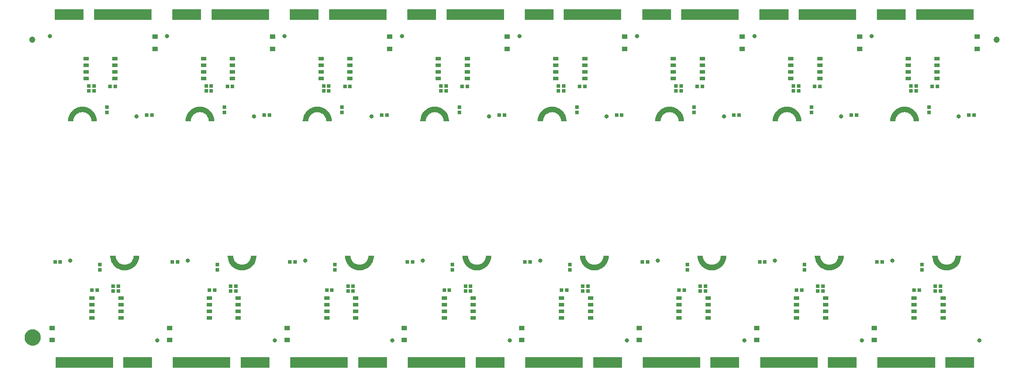
<source format=gbs>
G04 EAGLE Gerber RS-274X export*
G75*
%MOMM*%
%FSLAX34Y34*%
%LPD*%
%INSoldermask Bottom*%
%IPPOS*%
%AMOC8*
5,1,8,0,0,1.08239X$1,22.5*%
G01*
%ADD10R,0.803200X0.803200*%
%ADD11C,0.838200*%
%ADD12R,0.553200X2.153200*%
%ADD13C,0.555600*%
%ADD14R,1.053200X0.703200*%
%ADD15R,1.033200X0.833200*%
%ADD16C,1.203200*%
%ADD17C,1.270000*%
%ADD18C,1.703200*%

G36*
X1729983Y192531D02*
X1729983Y192531D01*
X1729993Y192535D01*
X1730019Y192536D01*
X1733853Y193370D01*
X1733861Y193375D01*
X1733887Y193380D01*
X1737563Y194752D01*
X1737571Y194757D01*
X1737595Y194766D01*
X1741039Y196647D01*
X1741046Y196654D01*
X1741069Y196666D01*
X1744210Y199017D01*
X1744216Y199025D01*
X1744237Y199041D01*
X1747011Y201815D01*
X1747016Y201824D01*
X1747035Y201842D01*
X1749386Y204983D01*
X1749389Y204992D01*
X1749405Y205013D01*
X1751286Y208457D01*
X1751288Y208466D01*
X1751300Y208489D01*
X1752672Y212165D01*
X1752672Y212175D01*
X1752682Y212199D01*
X1753516Y216033D01*
X1753515Y216043D01*
X1753521Y216069D01*
X1753801Y219982D01*
X1753795Y220008D01*
X1753799Y220033D01*
X1753781Y220075D01*
X1753771Y220119D01*
X1753753Y220137D01*
X1753742Y220161D01*
X1753704Y220186D01*
X1753673Y220218D01*
X1753647Y220224D01*
X1753626Y220238D01*
X1753552Y220249D01*
X1743552Y220249D01*
X1743545Y220247D01*
X1743538Y220249D01*
X1743479Y220228D01*
X1743418Y220210D01*
X1743413Y220205D01*
X1743406Y220202D01*
X1743368Y220152D01*
X1743326Y220105D01*
X1743325Y220098D01*
X1743320Y220092D01*
X1743304Y220020D01*
X1743090Y217302D01*
X1742458Y214669D01*
X1741422Y212169D01*
X1740008Y209861D01*
X1738250Y207802D01*
X1736191Y206044D01*
X1733883Y204630D01*
X1731383Y203594D01*
X1728750Y202962D01*
X1726052Y202750D01*
X1723354Y202962D01*
X1720721Y203594D01*
X1718221Y204630D01*
X1715913Y206044D01*
X1713854Y207802D01*
X1713801Y207865D01*
X1713375Y208364D01*
X1713162Y208613D01*
X1712949Y208862D01*
X1712736Y209112D01*
X1712311Y209610D01*
X1712310Y209610D01*
X1712098Y209859D01*
X1712096Y209861D01*
X1710682Y212169D01*
X1709646Y214669D01*
X1709014Y217302D01*
X1708800Y220020D01*
X1708798Y220026D01*
X1708799Y220033D01*
X1708773Y220091D01*
X1708751Y220150D01*
X1708745Y220155D01*
X1708742Y220161D01*
X1708689Y220196D01*
X1708639Y220234D01*
X1708632Y220234D01*
X1708626Y220238D01*
X1708552Y220249D01*
X1698552Y220249D01*
X1698527Y220242D01*
X1698501Y220244D01*
X1698461Y220223D01*
X1698418Y220210D01*
X1698401Y220190D01*
X1698378Y220178D01*
X1698356Y220139D01*
X1698326Y220105D01*
X1698322Y220079D01*
X1698309Y220056D01*
X1698303Y219982D01*
X1698583Y216069D01*
X1698587Y216059D01*
X1698588Y216033D01*
X1699422Y212199D01*
X1699427Y212191D01*
X1699432Y212165D01*
X1700804Y208489D01*
X1700809Y208481D01*
X1700818Y208457D01*
X1702699Y205013D01*
X1702706Y205006D01*
X1702718Y204983D01*
X1705069Y201842D01*
X1705077Y201836D01*
X1705093Y201815D01*
X1707867Y199041D01*
X1707876Y199036D01*
X1707894Y199017D01*
X1711035Y196666D01*
X1711044Y196663D01*
X1711065Y196647D01*
X1714509Y194766D01*
X1714518Y194764D01*
X1714541Y194752D01*
X1718217Y193380D01*
X1718227Y193380D01*
X1718251Y193370D01*
X1722085Y192536D01*
X1722095Y192537D01*
X1722121Y192531D01*
X1726034Y192251D01*
X1726044Y192253D01*
X1726070Y192251D01*
X1729983Y192531D01*
G37*
G36*
X1054750Y192531D02*
X1054750Y192531D01*
X1054759Y192535D01*
X1054785Y192536D01*
X1058619Y193370D01*
X1058628Y193375D01*
X1058653Y193380D01*
X1062329Y194752D01*
X1062337Y194757D01*
X1062362Y194766D01*
X1065805Y196647D01*
X1065812Y196654D01*
X1065835Y196666D01*
X1068976Y199017D01*
X1068982Y199025D01*
X1069003Y199041D01*
X1071778Y201815D01*
X1071782Y201824D01*
X1071801Y201842D01*
X1074152Y204983D01*
X1074156Y204992D01*
X1074172Y205013D01*
X1076052Y208457D01*
X1076054Y208466D01*
X1076067Y208489D01*
X1077438Y212165D01*
X1077439Y212175D01*
X1077448Y212199D01*
X1078282Y216033D01*
X1078281Y216043D01*
X1078287Y216069D01*
X1078567Y219982D01*
X1078562Y220008D01*
X1078565Y220033D01*
X1078547Y220075D01*
X1078538Y220119D01*
X1078519Y220137D01*
X1078509Y220161D01*
X1078471Y220186D01*
X1078439Y220218D01*
X1078414Y220224D01*
X1078392Y220238D01*
X1078318Y220249D01*
X1068318Y220249D01*
X1068311Y220247D01*
X1068304Y220249D01*
X1068245Y220228D01*
X1068184Y220210D01*
X1068179Y220205D01*
X1068173Y220202D01*
X1068134Y220152D01*
X1068092Y220105D01*
X1068091Y220098D01*
X1068087Y220092D01*
X1068070Y220020D01*
X1067856Y217302D01*
X1067224Y214669D01*
X1066188Y212169D01*
X1064774Y209861D01*
X1063016Y207802D01*
X1060958Y206044D01*
X1058650Y204630D01*
X1056149Y203594D01*
X1053517Y202962D01*
X1050818Y202750D01*
X1048120Y202962D01*
X1045488Y203594D01*
X1042987Y204630D01*
X1040679Y206044D01*
X1038621Y207802D01*
X1038567Y207865D01*
X1038141Y208364D01*
X1037928Y208613D01*
X1037716Y208862D01*
X1037715Y208862D01*
X1037503Y209112D01*
X1037077Y209610D01*
X1036864Y209859D01*
X1036863Y209861D01*
X1035449Y212169D01*
X1034413Y214669D01*
X1033781Y217302D01*
X1033567Y220020D01*
X1033564Y220026D01*
X1033565Y220033D01*
X1033540Y220091D01*
X1033517Y220150D01*
X1033512Y220155D01*
X1033509Y220161D01*
X1033456Y220196D01*
X1033405Y220234D01*
X1033398Y220234D01*
X1033392Y220238D01*
X1033318Y220249D01*
X1023318Y220249D01*
X1023293Y220242D01*
X1023267Y220244D01*
X1023228Y220223D01*
X1023184Y220210D01*
X1023167Y220190D01*
X1023144Y220178D01*
X1023122Y220139D01*
X1023092Y220105D01*
X1023088Y220079D01*
X1023076Y220056D01*
X1023070Y219982D01*
X1023350Y216069D01*
X1023353Y216059D01*
X1023355Y216033D01*
X1024189Y212199D01*
X1024193Y212191D01*
X1024199Y212165D01*
X1025570Y208489D01*
X1025576Y208481D01*
X1025585Y208457D01*
X1027465Y205013D01*
X1027472Y205006D01*
X1027484Y204983D01*
X1029836Y201842D01*
X1029844Y201836D01*
X1029859Y201815D01*
X1032634Y199041D01*
X1032642Y199036D01*
X1032660Y199017D01*
X1035801Y196666D01*
X1035811Y196663D01*
X1035831Y196647D01*
X1039275Y194766D01*
X1039284Y194764D01*
X1039307Y194752D01*
X1042984Y193380D01*
X1042993Y193380D01*
X1043018Y193370D01*
X1046852Y192536D01*
X1046861Y192537D01*
X1046887Y192531D01*
X1050801Y192251D01*
X1050810Y192253D01*
X1050836Y192251D01*
X1054750Y192531D01*
G37*
G36*
X829655Y192531D02*
X829655Y192531D01*
X829664Y192535D01*
X829690Y192536D01*
X833524Y193370D01*
X833533Y193375D01*
X833558Y193380D01*
X837235Y194752D01*
X837242Y194757D01*
X837267Y194766D01*
X840711Y196647D01*
X840717Y196654D01*
X840741Y196666D01*
X843882Y199017D01*
X843887Y199025D01*
X843909Y199041D01*
X846683Y201815D01*
X846688Y201824D01*
X846706Y201842D01*
X849058Y204983D01*
X849061Y204992D01*
X849077Y205013D01*
X850957Y208457D01*
X850959Y208466D01*
X850972Y208489D01*
X852343Y212165D01*
X852344Y212175D01*
X852353Y212199D01*
X853187Y216033D01*
X853187Y216043D01*
X853192Y216069D01*
X853472Y219982D01*
X853467Y220008D01*
X853471Y220033D01*
X853452Y220075D01*
X853443Y220119D01*
X853424Y220137D01*
X853414Y220161D01*
X853376Y220186D01*
X853344Y220218D01*
X853319Y220224D01*
X853297Y220238D01*
X853224Y220249D01*
X843224Y220249D01*
X843217Y220247D01*
X843210Y220249D01*
X843150Y220228D01*
X843089Y220210D01*
X843085Y220205D01*
X843078Y220202D01*
X843039Y220152D01*
X842997Y220105D01*
X842996Y220098D01*
X842992Y220092D01*
X842975Y220020D01*
X842761Y217302D01*
X842129Y214669D01*
X841093Y212169D01*
X839679Y209861D01*
X837921Y207802D01*
X835863Y206044D01*
X833555Y204630D01*
X831054Y203594D01*
X828422Y202962D01*
X825724Y202750D01*
X823025Y202962D01*
X820393Y203594D01*
X817892Y204630D01*
X815584Y206044D01*
X813526Y207802D01*
X813472Y207865D01*
X813047Y208364D01*
X813046Y208364D01*
X812834Y208613D01*
X812621Y208862D01*
X812408Y209112D01*
X811982Y209610D01*
X811769Y209859D01*
X811768Y209861D01*
X810354Y212169D01*
X809318Y214669D01*
X808686Y217302D01*
X808472Y220020D01*
X808470Y220026D01*
X808471Y220033D01*
X808445Y220091D01*
X808422Y220150D01*
X808417Y220155D01*
X808414Y220161D01*
X808361Y220196D01*
X808310Y220234D01*
X808303Y220234D01*
X808297Y220238D01*
X808224Y220249D01*
X798224Y220249D01*
X798199Y220242D01*
X798173Y220244D01*
X798133Y220223D01*
X798089Y220210D01*
X798072Y220190D01*
X798049Y220178D01*
X798027Y220139D01*
X797997Y220105D01*
X797994Y220079D01*
X797981Y220056D01*
X797975Y219982D01*
X798255Y216069D01*
X798258Y216059D01*
X798260Y216033D01*
X799094Y212199D01*
X799099Y212191D01*
X799104Y212165D01*
X800475Y208489D01*
X800481Y208481D01*
X800490Y208457D01*
X802370Y205013D01*
X802377Y205006D01*
X802390Y204983D01*
X804741Y201842D01*
X804749Y201836D01*
X804764Y201815D01*
X807539Y199041D01*
X807547Y199036D01*
X807566Y199017D01*
X810707Y196666D01*
X810716Y196663D01*
X810737Y196647D01*
X814180Y194766D01*
X814190Y194764D01*
X814213Y194752D01*
X817889Y193380D01*
X817899Y193380D01*
X817923Y193370D01*
X821757Y192536D01*
X821767Y192537D01*
X821792Y192531D01*
X825706Y192251D01*
X825715Y192253D01*
X825741Y192251D01*
X829655Y192531D01*
G37*
G36*
X1279819Y192531D02*
X1279819Y192531D01*
X1279828Y192535D01*
X1279854Y192536D01*
X1283688Y193370D01*
X1283697Y193375D01*
X1283723Y193380D01*
X1287399Y194752D01*
X1287407Y194757D01*
X1287431Y194766D01*
X1290875Y196647D01*
X1290882Y196654D01*
X1290905Y196666D01*
X1294046Y199017D01*
X1294052Y199025D01*
X1294073Y199041D01*
X1296847Y201815D01*
X1296852Y201824D01*
X1296870Y201842D01*
X1299222Y204983D01*
X1299225Y204992D01*
X1299241Y205013D01*
X1301121Y208457D01*
X1301124Y208466D01*
X1301136Y208489D01*
X1302507Y212165D01*
X1302508Y212175D01*
X1302517Y212199D01*
X1303351Y216033D01*
X1303351Y216043D01*
X1303357Y216069D01*
X1303636Y219982D01*
X1303631Y220008D01*
X1303635Y220033D01*
X1303616Y220075D01*
X1303607Y220119D01*
X1303589Y220137D01*
X1303578Y220161D01*
X1303540Y220186D01*
X1303508Y220218D01*
X1303483Y220224D01*
X1303461Y220238D01*
X1303388Y220249D01*
X1293388Y220249D01*
X1293381Y220247D01*
X1293374Y220249D01*
X1293315Y220228D01*
X1293254Y220210D01*
X1293249Y220205D01*
X1293242Y220202D01*
X1293203Y220152D01*
X1293162Y220105D01*
X1293161Y220098D01*
X1293156Y220092D01*
X1293139Y220020D01*
X1292925Y217302D01*
X1292294Y214669D01*
X1291258Y212169D01*
X1289843Y209861D01*
X1288085Y207802D01*
X1286027Y206044D01*
X1283719Y204630D01*
X1281218Y203594D01*
X1278586Y202962D01*
X1275888Y202750D01*
X1273189Y202962D01*
X1270557Y203594D01*
X1268056Y204630D01*
X1265749Y206044D01*
X1263690Y207802D01*
X1263637Y207865D01*
X1263636Y207865D01*
X1263211Y208364D01*
X1262998Y208613D01*
X1262785Y208862D01*
X1262572Y209112D01*
X1262146Y209610D01*
X1261933Y209859D01*
X1261932Y209861D01*
X1260518Y212169D01*
X1259482Y214669D01*
X1258850Y217302D01*
X1258636Y220020D01*
X1258634Y220026D01*
X1258635Y220033D01*
X1258609Y220091D01*
X1258587Y220150D01*
X1258581Y220155D01*
X1258578Y220161D01*
X1258525Y220196D01*
X1258475Y220234D01*
X1258467Y220234D01*
X1258461Y220238D01*
X1258388Y220249D01*
X1248388Y220249D01*
X1248363Y220242D01*
X1248337Y220244D01*
X1248297Y220223D01*
X1248254Y220210D01*
X1248236Y220190D01*
X1248214Y220178D01*
X1248191Y220139D01*
X1248162Y220105D01*
X1248158Y220079D01*
X1248145Y220056D01*
X1248139Y219982D01*
X1248419Y216069D01*
X1248422Y216059D01*
X1248424Y216033D01*
X1249258Y212199D01*
X1249263Y212191D01*
X1249268Y212165D01*
X1250639Y208489D01*
X1250645Y208481D01*
X1250654Y208457D01*
X1252535Y205013D01*
X1252541Y205006D01*
X1252554Y204983D01*
X1254905Y201842D01*
X1254913Y201836D01*
X1254928Y201815D01*
X1257703Y199041D01*
X1257711Y199036D01*
X1257730Y199017D01*
X1260871Y196666D01*
X1260880Y196663D01*
X1260901Y196647D01*
X1264344Y194766D01*
X1264354Y194764D01*
X1264377Y194752D01*
X1268053Y193380D01*
X1268063Y193380D01*
X1268087Y193370D01*
X1271921Y192536D01*
X1271931Y192537D01*
X1271956Y192531D01*
X1275870Y192251D01*
X1275880Y192253D01*
X1275906Y192251D01*
X1279819Y192531D01*
G37*
G36*
X1504914Y192531D02*
X1504914Y192531D01*
X1504923Y192535D01*
X1504949Y192536D01*
X1508783Y193370D01*
X1508792Y193375D01*
X1508817Y193380D01*
X1512494Y194752D01*
X1512501Y194757D01*
X1512526Y194766D01*
X1515970Y196647D01*
X1515976Y196654D01*
X1516000Y196666D01*
X1519141Y199017D01*
X1519146Y199025D01*
X1519168Y199041D01*
X1521942Y201815D01*
X1521947Y201824D01*
X1521965Y201842D01*
X1524317Y204983D01*
X1524320Y204992D01*
X1524336Y205013D01*
X1526216Y208457D01*
X1526218Y208466D01*
X1526231Y208489D01*
X1527602Y212165D01*
X1527603Y212175D01*
X1527612Y212199D01*
X1528446Y216033D01*
X1528446Y216043D01*
X1528451Y216069D01*
X1528731Y219982D01*
X1528726Y220008D01*
X1528730Y220033D01*
X1528711Y220075D01*
X1528702Y220119D01*
X1528683Y220137D01*
X1528673Y220161D01*
X1528635Y220186D01*
X1528603Y220218D01*
X1528578Y220224D01*
X1528556Y220238D01*
X1528483Y220249D01*
X1518483Y220249D01*
X1518476Y220247D01*
X1518469Y220249D01*
X1518409Y220228D01*
X1518348Y220210D01*
X1518344Y220205D01*
X1518337Y220202D01*
X1518298Y220152D01*
X1518256Y220105D01*
X1518255Y220098D01*
X1518251Y220092D01*
X1518234Y220020D01*
X1518020Y217302D01*
X1517388Y214669D01*
X1516352Y212169D01*
X1514938Y209861D01*
X1513180Y207802D01*
X1511122Y206044D01*
X1508814Y204630D01*
X1506313Y203594D01*
X1503681Y202962D01*
X1500983Y202750D01*
X1498284Y202962D01*
X1495652Y203594D01*
X1493151Y204630D01*
X1490843Y206044D01*
X1488785Y207802D01*
X1488731Y207865D01*
X1488306Y208364D01*
X1488305Y208364D01*
X1488093Y208613D01*
X1487880Y208862D01*
X1487667Y209112D01*
X1487241Y209610D01*
X1487028Y209859D01*
X1487027Y209861D01*
X1485613Y212169D01*
X1484577Y214669D01*
X1483945Y217302D01*
X1483731Y220020D01*
X1483729Y220026D01*
X1483730Y220033D01*
X1483704Y220091D01*
X1483681Y220150D01*
X1483676Y220155D01*
X1483673Y220161D01*
X1483620Y220196D01*
X1483569Y220234D01*
X1483562Y220234D01*
X1483556Y220238D01*
X1483483Y220249D01*
X1473483Y220249D01*
X1473458Y220242D01*
X1473432Y220244D01*
X1473392Y220223D01*
X1473348Y220210D01*
X1473331Y220190D01*
X1473308Y220178D01*
X1473286Y220139D01*
X1473256Y220105D01*
X1473253Y220079D01*
X1473240Y220056D01*
X1473234Y219982D01*
X1473514Y216069D01*
X1473517Y216059D01*
X1473519Y216033D01*
X1474353Y212199D01*
X1474358Y212191D01*
X1474363Y212165D01*
X1475734Y208489D01*
X1475740Y208481D01*
X1475749Y208457D01*
X1477629Y205013D01*
X1477636Y205006D01*
X1477649Y204983D01*
X1480000Y201842D01*
X1480008Y201836D01*
X1480023Y201815D01*
X1482798Y199041D01*
X1482806Y199036D01*
X1482825Y199017D01*
X1485966Y196666D01*
X1485975Y196663D01*
X1485996Y196647D01*
X1489439Y194766D01*
X1489449Y194764D01*
X1489472Y194752D01*
X1493148Y193380D01*
X1493158Y193380D01*
X1493182Y193370D01*
X1497016Y192536D01*
X1497026Y192537D01*
X1497051Y192531D01*
X1500965Y192251D01*
X1500974Y192253D01*
X1501000Y192251D01*
X1504914Y192531D01*
G37*
G36*
X604586Y192531D02*
X604586Y192531D01*
X604595Y192535D01*
X604621Y192536D01*
X608455Y193370D01*
X608463Y193375D01*
X608489Y193380D01*
X612165Y194752D01*
X612173Y194757D01*
X612198Y194766D01*
X615641Y196647D01*
X615648Y196654D01*
X615671Y196666D01*
X618812Y199017D01*
X618818Y199025D01*
X618839Y199041D01*
X621614Y201815D01*
X621618Y201824D01*
X621637Y201842D01*
X623988Y204983D01*
X623992Y204992D01*
X624007Y205013D01*
X625888Y208457D01*
X625890Y208466D01*
X625903Y208489D01*
X627274Y212165D01*
X627274Y212175D01*
X627284Y212199D01*
X628118Y216033D01*
X628117Y216043D01*
X628123Y216069D01*
X628403Y219982D01*
X628397Y220008D01*
X628401Y220033D01*
X628383Y220075D01*
X628373Y220119D01*
X628355Y220137D01*
X628344Y220161D01*
X628307Y220186D01*
X628275Y220218D01*
X628249Y220224D01*
X628228Y220238D01*
X628154Y220249D01*
X618154Y220249D01*
X618147Y220247D01*
X618140Y220249D01*
X618081Y220228D01*
X618020Y220210D01*
X618015Y220205D01*
X618008Y220202D01*
X617970Y220152D01*
X617928Y220105D01*
X617927Y220098D01*
X617923Y220092D01*
X617906Y220020D01*
X617692Y217302D01*
X617060Y214669D01*
X616024Y212169D01*
X614610Y209861D01*
X612852Y207802D01*
X610794Y206044D01*
X608486Y204630D01*
X605985Y203594D01*
X603353Y202962D01*
X600654Y202750D01*
X597956Y202962D01*
X595324Y203594D01*
X592823Y204630D01*
X590515Y206044D01*
X588457Y207802D01*
X588403Y207865D01*
X587977Y208364D01*
X587764Y208613D01*
X587551Y208862D01*
X587338Y209112D01*
X586913Y209610D01*
X586700Y209859D01*
X586699Y209861D01*
X585284Y212169D01*
X584249Y214669D01*
X583617Y217302D01*
X583403Y220020D01*
X583400Y220026D01*
X583401Y220033D01*
X583375Y220091D01*
X583353Y220150D01*
X583347Y220155D01*
X583344Y220161D01*
X583292Y220196D01*
X583241Y220234D01*
X583234Y220234D01*
X583228Y220238D01*
X583154Y220249D01*
X573154Y220249D01*
X573129Y220242D01*
X573103Y220244D01*
X573063Y220223D01*
X573020Y220210D01*
X573003Y220190D01*
X572980Y220178D01*
X572958Y220139D01*
X572928Y220105D01*
X572924Y220079D01*
X572911Y220056D01*
X572906Y219982D01*
X573185Y216069D01*
X573189Y216059D01*
X573191Y216033D01*
X574025Y212199D01*
X574029Y212191D01*
X574035Y212165D01*
X575406Y208489D01*
X575412Y208481D01*
X575421Y208457D01*
X577301Y205013D01*
X577308Y205006D01*
X577320Y204983D01*
X579672Y201842D01*
X579679Y201836D01*
X579695Y201815D01*
X582469Y199041D01*
X582478Y199036D01*
X582496Y199017D01*
X585637Y196666D01*
X585646Y196663D01*
X585667Y196647D01*
X589111Y194766D01*
X589120Y194764D01*
X589143Y194752D01*
X592819Y193380D01*
X592829Y193380D01*
X592854Y193370D01*
X596688Y192536D01*
X596697Y192537D01*
X596723Y192531D01*
X600636Y192251D01*
X600646Y192253D01*
X600672Y192251D01*
X604586Y192531D01*
G37*
G36*
X379491Y192531D02*
X379491Y192531D01*
X379500Y192535D01*
X379526Y192536D01*
X383360Y193370D01*
X383369Y193375D01*
X383394Y193380D01*
X387070Y194752D01*
X387078Y194757D01*
X387103Y194766D01*
X390546Y196647D01*
X390553Y196654D01*
X390576Y196666D01*
X393717Y199017D01*
X393723Y199025D01*
X393744Y199041D01*
X396519Y201815D01*
X396523Y201824D01*
X396542Y201842D01*
X398893Y204983D01*
X398897Y204992D01*
X398913Y205013D01*
X400793Y208457D01*
X400795Y208466D01*
X400808Y208489D01*
X402179Y212165D01*
X402180Y212175D01*
X402189Y212199D01*
X403023Y216033D01*
X403022Y216043D01*
X403028Y216069D01*
X403308Y219982D01*
X403303Y220008D01*
X403306Y220033D01*
X403288Y220075D01*
X403279Y220119D01*
X403260Y220137D01*
X403250Y220161D01*
X403212Y220186D01*
X403180Y220218D01*
X403155Y220224D01*
X403133Y220238D01*
X403059Y220249D01*
X393059Y220249D01*
X393052Y220247D01*
X393045Y220249D01*
X392986Y220228D01*
X392925Y220210D01*
X392920Y220205D01*
X392914Y220202D01*
X392875Y220152D01*
X392833Y220105D01*
X392832Y220098D01*
X392828Y220092D01*
X392811Y220020D01*
X392597Y217302D01*
X391965Y214669D01*
X390929Y212169D01*
X389515Y209861D01*
X387757Y207802D01*
X385699Y206044D01*
X383391Y204630D01*
X380890Y203594D01*
X378258Y202962D01*
X375559Y202750D01*
X372861Y202962D01*
X370229Y203594D01*
X367728Y204630D01*
X365420Y206044D01*
X363362Y207802D01*
X363308Y207865D01*
X362882Y208364D01*
X362669Y208613D01*
X362457Y208862D01*
X362456Y208862D01*
X362244Y209112D01*
X361818Y209610D01*
X361605Y209859D01*
X361604Y209861D01*
X360190Y212169D01*
X359154Y214669D01*
X358522Y217302D01*
X358308Y220020D01*
X358305Y220026D01*
X358306Y220033D01*
X358281Y220091D01*
X358258Y220150D01*
X358253Y220155D01*
X358250Y220161D01*
X358197Y220196D01*
X358146Y220234D01*
X358139Y220234D01*
X358133Y220238D01*
X358059Y220249D01*
X348059Y220249D01*
X348034Y220242D01*
X348008Y220244D01*
X347969Y220223D01*
X347925Y220210D01*
X347908Y220190D01*
X347885Y220178D01*
X347863Y220139D01*
X347833Y220105D01*
X347829Y220079D01*
X347817Y220056D01*
X347811Y219982D01*
X348091Y216069D01*
X348094Y216059D01*
X348096Y216033D01*
X348930Y212199D01*
X348934Y212191D01*
X348940Y212165D01*
X350311Y208489D01*
X350317Y208481D01*
X350326Y208457D01*
X352206Y205013D01*
X352213Y205006D01*
X352225Y204983D01*
X354577Y201842D01*
X354585Y201836D01*
X354600Y201815D01*
X357375Y199041D01*
X357383Y199036D01*
X357401Y199017D01*
X360542Y196666D01*
X360552Y196663D01*
X360572Y196647D01*
X364016Y194766D01*
X364025Y194764D01*
X364048Y194752D01*
X367725Y193380D01*
X367734Y193380D01*
X367759Y193370D01*
X371593Y192536D01*
X371602Y192537D01*
X371628Y192531D01*
X375542Y192251D01*
X375551Y192253D01*
X375577Y192251D01*
X379491Y192531D01*
G37*
G36*
X154421Y192531D02*
X154421Y192531D01*
X154431Y192535D01*
X154457Y192536D01*
X158291Y193370D01*
X158299Y193375D01*
X158325Y193380D01*
X162001Y194752D01*
X162009Y194757D01*
X162033Y194766D01*
X165477Y196647D01*
X165484Y196654D01*
X165507Y196666D01*
X168648Y199017D01*
X168654Y199025D01*
X168675Y199041D01*
X171449Y201815D01*
X171454Y201824D01*
X171473Y201842D01*
X173824Y204983D01*
X173827Y204992D01*
X173843Y205013D01*
X175724Y208457D01*
X175726Y208466D01*
X175738Y208489D01*
X177110Y212165D01*
X177110Y212175D01*
X177120Y212199D01*
X177954Y216033D01*
X177953Y216043D01*
X177959Y216069D01*
X178239Y219982D01*
X178233Y220008D01*
X178237Y220033D01*
X178219Y220075D01*
X178209Y220119D01*
X178191Y220137D01*
X178180Y220161D01*
X178142Y220186D01*
X178111Y220218D01*
X178085Y220224D01*
X178064Y220238D01*
X177990Y220249D01*
X167990Y220249D01*
X167983Y220247D01*
X167976Y220249D01*
X167917Y220228D01*
X167856Y220210D01*
X167851Y220205D01*
X167844Y220202D01*
X167806Y220152D01*
X167764Y220105D01*
X167763Y220098D01*
X167758Y220092D01*
X167742Y220020D01*
X167528Y217302D01*
X166896Y214669D01*
X165860Y212169D01*
X164446Y209861D01*
X162688Y207802D01*
X160629Y206044D01*
X158321Y204630D01*
X155821Y203594D01*
X153188Y202962D01*
X150490Y202750D01*
X147792Y202962D01*
X145159Y203594D01*
X142659Y204630D01*
X140351Y206044D01*
X138292Y207802D01*
X138239Y207865D01*
X137813Y208364D01*
X137600Y208613D01*
X137387Y208862D01*
X137174Y209112D01*
X136749Y209610D01*
X136748Y209610D01*
X136536Y209859D01*
X136534Y209861D01*
X135120Y212169D01*
X134084Y214669D01*
X133452Y217302D01*
X133238Y220020D01*
X133236Y220026D01*
X133237Y220033D01*
X133211Y220091D01*
X133189Y220150D01*
X133183Y220155D01*
X133180Y220161D01*
X133127Y220196D01*
X133077Y220234D01*
X133070Y220234D01*
X133064Y220238D01*
X132990Y220249D01*
X122990Y220249D01*
X122965Y220242D01*
X122939Y220244D01*
X122899Y220223D01*
X122856Y220210D01*
X122839Y220190D01*
X122816Y220178D01*
X122794Y220139D01*
X122764Y220105D01*
X122760Y220079D01*
X122747Y220056D01*
X122741Y219982D01*
X123021Y216069D01*
X123025Y216059D01*
X123026Y216033D01*
X123860Y212199D01*
X123865Y212191D01*
X123870Y212165D01*
X125242Y208489D01*
X125247Y208481D01*
X125256Y208457D01*
X127137Y205013D01*
X127144Y205006D01*
X127156Y204983D01*
X129507Y201842D01*
X129515Y201836D01*
X129531Y201815D01*
X132305Y199041D01*
X132314Y199036D01*
X132332Y199017D01*
X135473Y196666D01*
X135482Y196663D01*
X135503Y196647D01*
X138947Y194766D01*
X138956Y194764D01*
X138979Y194752D01*
X142655Y193380D01*
X142665Y193380D01*
X142689Y193370D01*
X146523Y192536D01*
X146533Y192537D01*
X146559Y192531D01*
X150472Y192251D01*
X150482Y192253D01*
X150508Y192251D01*
X154421Y192531D01*
G37*
G36*
X52006Y478253D02*
X52006Y478253D01*
X52013Y478251D01*
X52073Y478272D01*
X52134Y478290D01*
X52138Y478295D01*
X52145Y478298D01*
X52184Y478348D01*
X52226Y478395D01*
X52227Y478402D01*
X52231Y478408D01*
X52248Y478480D01*
X52462Y481198D01*
X53094Y483831D01*
X54130Y486331D01*
X55544Y488639D01*
X57302Y490698D01*
X59360Y492456D01*
X61668Y493870D01*
X64169Y494906D01*
X66801Y495538D01*
X69499Y495750D01*
X72198Y495538D01*
X74830Y494906D01*
X77331Y493870D01*
X79639Y492456D01*
X81697Y490698D01*
X81821Y490552D01*
X82034Y490303D01*
X82460Y489804D01*
X82673Y489555D01*
X82886Y489306D01*
X83098Y489057D01*
X83099Y489057D01*
X83311Y488807D01*
X83455Y488639D01*
X84869Y486331D01*
X85905Y483831D01*
X86537Y481198D01*
X86751Y478480D01*
X86754Y478474D01*
X86752Y478467D01*
X86778Y478409D01*
X86801Y478350D01*
X86806Y478345D01*
X86809Y478339D01*
X86862Y478304D01*
X86913Y478266D01*
X86920Y478266D01*
X86926Y478262D01*
X86999Y478251D01*
X96999Y478251D01*
X97024Y478258D01*
X97050Y478256D01*
X97090Y478277D01*
X97134Y478290D01*
X97151Y478310D01*
X97174Y478322D01*
X97196Y478361D01*
X97226Y478395D01*
X97229Y478421D01*
X97242Y478444D01*
X97248Y478518D01*
X96968Y482431D01*
X96965Y482441D01*
X96963Y482467D01*
X96129Y486301D01*
X96124Y486309D01*
X96119Y486335D01*
X94748Y490011D01*
X94742Y490019D01*
X94733Y490043D01*
X92853Y493487D01*
X92846Y493494D01*
X92833Y493517D01*
X90482Y496658D01*
X90474Y496664D01*
X90459Y496685D01*
X87684Y499459D01*
X87676Y499464D01*
X87657Y499483D01*
X84516Y501834D01*
X84507Y501837D01*
X84486Y501853D01*
X81043Y503734D01*
X81033Y503736D01*
X81010Y503748D01*
X77334Y505120D01*
X77325Y505120D01*
X77300Y505130D01*
X73466Y505964D01*
X73456Y505963D01*
X73431Y505969D01*
X69517Y506249D01*
X69508Y506247D01*
X69482Y506249D01*
X65568Y505969D01*
X65559Y505965D01*
X65533Y505964D01*
X61699Y505130D01*
X61690Y505125D01*
X61665Y505120D01*
X57988Y503748D01*
X57981Y503743D01*
X57956Y503734D01*
X54512Y501853D01*
X54506Y501846D01*
X54482Y501834D01*
X51341Y499483D01*
X51336Y499475D01*
X51315Y499459D01*
X48540Y496685D01*
X48535Y496676D01*
X48517Y496658D01*
X46165Y493517D01*
X46162Y493508D01*
X46146Y493487D01*
X44266Y490043D01*
X44264Y490034D01*
X44251Y490011D01*
X42880Y486335D01*
X42879Y486325D01*
X42870Y486301D01*
X42036Y482467D01*
X42036Y482457D01*
X42031Y482431D01*
X41751Y478518D01*
X41756Y478492D01*
X41752Y478467D01*
X41771Y478425D01*
X41780Y478381D01*
X41799Y478363D01*
X41809Y478339D01*
X41847Y478314D01*
X41879Y478282D01*
X41904Y478276D01*
X41926Y478262D01*
X41999Y478251D01*
X51999Y478251D01*
X52006Y478253D01*
G37*
G36*
X952335Y478253D02*
X952335Y478253D01*
X952342Y478251D01*
X952401Y478272D01*
X952462Y478290D01*
X952467Y478295D01*
X952474Y478298D01*
X952512Y478348D01*
X952554Y478395D01*
X952555Y478402D01*
X952559Y478408D01*
X952576Y478480D01*
X952790Y481198D01*
X953422Y483831D01*
X954458Y486331D01*
X955872Y488639D01*
X957630Y490698D01*
X959689Y492456D01*
X961996Y493870D01*
X964497Y494906D01*
X967129Y495538D01*
X969828Y495750D01*
X972526Y495538D01*
X975158Y494906D01*
X977659Y493870D01*
X979967Y492456D01*
X982025Y490698D01*
X982150Y490552D01*
X982362Y490303D01*
X982363Y490303D01*
X982788Y489804D01*
X983001Y489555D01*
X983214Y489306D01*
X983427Y489057D01*
X983640Y488807D01*
X983783Y488639D01*
X985198Y486331D01*
X986234Y483831D01*
X986865Y481198D01*
X987079Y478480D01*
X987082Y478474D01*
X987081Y478467D01*
X987107Y478409D01*
X987129Y478350D01*
X987135Y478345D01*
X987138Y478339D01*
X987190Y478304D01*
X987241Y478266D01*
X987248Y478266D01*
X987254Y478262D01*
X987328Y478251D01*
X997328Y478251D01*
X997353Y478258D01*
X997379Y478256D01*
X997419Y478277D01*
X997462Y478290D01*
X997479Y478310D01*
X997502Y478322D01*
X997524Y478361D01*
X997554Y478395D01*
X997558Y478421D01*
X997571Y478444D01*
X997576Y478518D01*
X997297Y482431D01*
X997293Y482441D01*
X997291Y482467D01*
X996457Y486301D01*
X996453Y486309D01*
X996447Y486335D01*
X995076Y490011D01*
X995070Y490019D01*
X995061Y490043D01*
X993181Y493487D01*
X993174Y493494D01*
X993162Y493517D01*
X990810Y496658D01*
X990803Y496664D01*
X990787Y496685D01*
X988013Y499459D01*
X988004Y499464D01*
X987986Y499483D01*
X984845Y501834D01*
X984836Y501837D01*
X984815Y501853D01*
X981371Y503734D01*
X981362Y503736D01*
X981339Y503748D01*
X977663Y505120D01*
X977653Y505120D01*
X977628Y505130D01*
X973794Y505964D01*
X973785Y505963D01*
X973759Y505969D01*
X969846Y506249D01*
X969836Y506247D01*
X969810Y506249D01*
X965896Y505969D01*
X965887Y505965D01*
X965861Y505964D01*
X962027Y505130D01*
X962019Y505125D01*
X961993Y505120D01*
X958317Y503748D01*
X958309Y503743D01*
X958284Y503734D01*
X954841Y501853D01*
X954834Y501846D01*
X954811Y501834D01*
X951670Y499483D01*
X951664Y499475D01*
X951643Y499459D01*
X948868Y496685D01*
X948864Y496676D01*
X948845Y496658D01*
X946494Y493517D01*
X946490Y493508D01*
X946475Y493487D01*
X944594Y490043D01*
X944592Y490034D01*
X944579Y490011D01*
X943208Y486335D01*
X943208Y486325D01*
X943198Y486301D01*
X942364Y482467D01*
X942365Y482457D01*
X942359Y482431D01*
X942079Y478518D01*
X942085Y478492D01*
X942081Y478467D01*
X942099Y478425D01*
X942109Y478381D01*
X942127Y478363D01*
X942138Y478339D01*
X942175Y478314D01*
X942207Y478282D01*
X942233Y478276D01*
X942254Y478262D01*
X942328Y478251D01*
X952328Y478251D01*
X952335Y478253D01*
G37*
G36*
X1402499Y478253D02*
X1402499Y478253D01*
X1402506Y478251D01*
X1402565Y478272D01*
X1402626Y478290D01*
X1402631Y478295D01*
X1402638Y478298D01*
X1402677Y478348D01*
X1402718Y478395D01*
X1402719Y478402D01*
X1402724Y478408D01*
X1402740Y478480D01*
X1402954Y481198D01*
X1403586Y483831D01*
X1404622Y486331D01*
X1406036Y488639D01*
X1407794Y490698D01*
X1409853Y492456D01*
X1412161Y493870D01*
X1414661Y494906D01*
X1417294Y495538D01*
X1419992Y495750D01*
X1422690Y495538D01*
X1425323Y494906D01*
X1427823Y493870D01*
X1430131Y492456D01*
X1432190Y490698D01*
X1432314Y490552D01*
X1432527Y490303D01*
X1432952Y489804D01*
X1432953Y489804D01*
X1433165Y489555D01*
X1433378Y489306D01*
X1433591Y489057D01*
X1433804Y488807D01*
X1433948Y488639D01*
X1435362Y486331D01*
X1436398Y483831D01*
X1437030Y481198D01*
X1437244Y478480D01*
X1437246Y478474D01*
X1437245Y478467D01*
X1437271Y478409D01*
X1437293Y478350D01*
X1437299Y478345D01*
X1437302Y478339D01*
X1437355Y478304D01*
X1437405Y478266D01*
X1437413Y478266D01*
X1437419Y478262D01*
X1437492Y478251D01*
X1447492Y478251D01*
X1447517Y478258D01*
X1447543Y478256D01*
X1447583Y478277D01*
X1447626Y478290D01*
X1447643Y478310D01*
X1447666Y478322D01*
X1447688Y478361D01*
X1447718Y478395D01*
X1447722Y478421D01*
X1447735Y478444D01*
X1447741Y478518D01*
X1447461Y482431D01*
X1447457Y482441D01*
X1447456Y482467D01*
X1446622Y486301D01*
X1446617Y486309D01*
X1446612Y486335D01*
X1445240Y490011D01*
X1445235Y490019D01*
X1445226Y490043D01*
X1443345Y493487D01*
X1443338Y493494D01*
X1443326Y493517D01*
X1440975Y496658D01*
X1440967Y496664D01*
X1440951Y496685D01*
X1438177Y499459D01*
X1438168Y499464D01*
X1438150Y499483D01*
X1435009Y501834D01*
X1435000Y501837D01*
X1434979Y501853D01*
X1431535Y503734D01*
X1431526Y503736D01*
X1431503Y503748D01*
X1427827Y505120D01*
X1427817Y505120D01*
X1427793Y505130D01*
X1423959Y505964D01*
X1423949Y505963D01*
X1423923Y505969D01*
X1420010Y506249D01*
X1420000Y506247D01*
X1419974Y506249D01*
X1416061Y505969D01*
X1416051Y505965D01*
X1416025Y505964D01*
X1412191Y505130D01*
X1412183Y505125D01*
X1412157Y505120D01*
X1408481Y503748D01*
X1408473Y503743D01*
X1408449Y503734D01*
X1405005Y501853D01*
X1404998Y501846D01*
X1404975Y501834D01*
X1401834Y499483D01*
X1401828Y499475D01*
X1401807Y499459D01*
X1399033Y496685D01*
X1399028Y496676D01*
X1399009Y496658D01*
X1396658Y493517D01*
X1396655Y493508D01*
X1396639Y493487D01*
X1394758Y490043D01*
X1394756Y490034D01*
X1394744Y490011D01*
X1393372Y486335D01*
X1393372Y486325D01*
X1393362Y486301D01*
X1392528Y482467D01*
X1392529Y482457D01*
X1392523Y482431D01*
X1392243Y478518D01*
X1392249Y478492D01*
X1392245Y478467D01*
X1392263Y478425D01*
X1392273Y478381D01*
X1392291Y478363D01*
X1392302Y478339D01*
X1392340Y478314D01*
X1392371Y478282D01*
X1392397Y478276D01*
X1392419Y478262D01*
X1392492Y478251D01*
X1402492Y478251D01*
X1402499Y478253D01*
G37*
G36*
X502171Y478253D02*
X502171Y478253D01*
X502178Y478251D01*
X502237Y478272D01*
X502298Y478290D01*
X502303Y478295D01*
X502309Y478298D01*
X502348Y478348D01*
X502390Y478395D01*
X502391Y478402D01*
X502395Y478408D01*
X502412Y478480D01*
X502626Y481198D01*
X503258Y483831D01*
X504294Y486331D01*
X505708Y488639D01*
X507466Y490698D01*
X509524Y492456D01*
X511832Y493870D01*
X514333Y494906D01*
X516965Y495538D01*
X519664Y495750D01*
X522362Y495538D01*
X524994Y494906D01*
X527495Y493870D01*
X529803Y492456D01*
X531861Y490698D01*
X531985Y490552D01*
X532198Y490303D01*
X532624Y489804D01*
X532837Y489555D01*
X533050Y489306D01*
X533263Y489057D01*
X533476Y488807D01*
X533619Y488639D01*
X535033Y486331D01*
X536069Y483831D01*
X536701Y481198D01*
X536915Y478480D01*
X536918Y478474D01*
X536917Y478467D01*
X536942Y478409D01*
X536965Y478350D01*
X536971Y478345D01*
X536973Y478339D01*
X537026Y478304D01*
X537077Y478266D01*
X537084Y478266D01*
X537090Y478262D01*
X537164Y478251D01*
X547164Y478251D01*
X547189Y478258D01*
X547215Y478256D01*
X547254Y478277D01*
X547298Y478290D01*
X547315Y478310D01*
X547338Y478322D01*
X547360Y478361D01*
X547390Y478395D01*
X547394Y478421D01*
X547406Y478444D01*
X547412Y478518D01*
X547132Y482431D01*
X547129Y482441D01*
X547127Y482467D01*
X546293Y486301D01*
X546289Y486309D01*
X546283Y486335D01*
X544912Y490011D01*
X544906Y490019D01*
X544897Y490043D01*
X543017Y493487D01*
X543010Y493494D01*
X542998Y493517D01*
X540646Y496658D01*
X540639Y496664D01*
X540623Y496685D01*
X537849Y499459D01*
X537840Y499464D01*
X537822Y499483D01*
X534681Y501834D01*
X534672Y501837D01*
X534651Y501853D01*
X531207Y503734D01*
X531198Y503736D01*
X531175Y503748D01*
X527498Y505120D01*
X527489Y505120D01*
X527464Y505130D01*
X523630Y505964D01*
X523621Y505963D01*
X523595Y505969D01*
X519681Y506249D01*
X519672Y506247D01*
X519646Y506249D01*
X515732Y505969D01*
X515723Y505965D01*
X515697Y505964D01*
X511863Y505130D01*
X511854Y505125D01*
X511829Y505120D01*
X508153Y503748D01*
X508145Y503743D01*
X508120Y503734D01*
X504677Y501853D01*
X504670Y501846D01*
X504647Y501834D01*
X501506Y499483D01*
X501500Y499475D01*
X501479Y499459D01*
X498704Y496685D01*
X498700Y496676D01*
X498681Y496658D01*
X496330Y493517D01*
X496326Y493508D01*
X496310Y493487D01*
X494430Y490043D01*
X494428Y490034D01*
X494415Y490011D01*
X493044Y486335D01*
X493043Y486325D01*
X493034Y486301D01*
X492200Y482467D01*
X492201Y482457D01*
X492195Y482431D01*
X491915Y478518D01*
X491920Y478492D01*
X491917Y478467D01*
X491935Y478425D01*
X491945Y478381D01*
X491963Y478363D01*
X491973Y478339D01*
X492011Y478314D01*
X492043Y478282D01*
X492068Y478276D01*
X492090Y478262D01*
X492164Y478251D01*
X502164Y478251D01*
X502171Y478253D01*
G37*
G36*
X277101Y478253D02*
X277101Y478253D01*
X277108Y478251D01*
X277167Y478272D01*
X277228Y478290D01*
X277233Y478295D01*
X277240Y478298D01*
X277279Y478348D01*
X277320Y478395D01*
X277321Y478402D01*
X277326Y478408D01*
X277343Y478480D01*
X277557Y481198D01*
X278189Y483831D01*
X279224Y486331D01*
X280639Y488639D01*
X282397Y490698D01*
X284455Y492456D01*
X286763Y493870D01*
X289264Y494906D01*
X291896Y495538D01*
X294594Y495750D01*
X297293Y495538D01*
X299925Y494906D01*
X302426Y493870D01*
X304734Y492456D01*
X306792Y490698D01*
X306916Y490552D01*
X307129Y490303D01*
X307555Y489804D01*
X307768Y489555D01*
X307980Y489306D01*
X308193Y489057D01*
X308406Y488807D01*
X308550Y488639D01*
X309964Y486331D01*
X311000Y483831D01*
X311632Y481198D01*
X311846Y478480D01*
X311848Y478474D01*
X311847Y478467D01*
X311873Y478409D01*
X311895Y478350D01*
X311901Y478345D01*
X311904Y478339D01*
X311957Y478304D01*
X312007Y478266D01*
X312015Y478266D01*
X312021Y478262D01*
X312094Y478251D01*
X322094Y478251D01*
X322119Y478258D01*
X322145Y478256D01*
X322185Y478277D01*
X322228Y478290D01*
X322246Y478310D01*
X322268Y478322D01*
X322291Y478361D01*
X322320Y478395D01*
X322324Y478421D01*
X322337Y478444D01*
X322343Y478518D01*
X322063Y482431D01*
X322060Y482441D01*
X322058Y482467D01*
X321224Y486301D01*
X321219Y486309D01*
X321214Y486335D01*
X319843Y490011D01*
X319837Y490019D01*
X319828Y490043D01*
X317947Y493487D01*
X317941Y493494D01*
X317928Y493517D01*
X315577Y496658D01*
X315569Y496664D01*
X315554Y496685D01*
X312779Y499459D01*
X312771Y499464D01*
X312752Y499483D01*
X309611Y501834D01*
X309602Y501837D01*
X309581Y501853D01*
X306138Y503734D01*
X306128Y503736D01*
X306105Y503748D01*
X302429Y505120D01*
X302419Y505120D01*
X302395Y505130D01*
X298561Y505964D01*
X298551Y505963D01*
X298526Y505969D01*
X294612Y506249D01*
X294603Y506247D01*
X294576Y506249D01*
X290663Y505969D01*
X290654Y505965D01*
X290628Y505964D01*
X286794Y505130D01*
X286785Y505125D01*
X286759Y505120D01*
X283083Y503748D01*
X283075Y503743D01*
X283051Y503734D01*
X279607Y501853D01*
X279600Y501846D01*
X279577Y501834D01*
X276436Y499483D01*
X276430Y499475D01*
X276409Y499459D01*
X273635Y496685D01*
X273630Y496676D01*
X273612Y496658D01*
X271260Y493517D01*
X271257Y493508D01*
X271241Y493487D01*
X269361Y490043D01*
X269359Y490034D01*
X269346Y490011D01*
X267975Y486335D01*
X267974Y486325D01*
X267965Y486301D01*
X267131Y482467D01*
X267131Y482457D01*
X267125Y482431D01*
X266846Y478518D01*
X266851Y478492D01*
X266847Y478467D01*
X266866Y478425D01*
X266875Y478381D01*
X266893Y478363D01*
X266904Y478339D01*
X266942Y478314D01*
X266974Y478282D01*
X266999Y478276D01*
X267021Y478262D01*
X267094Y478251D01*
X277094Y478251D01*
X277101Y478253D01*
G37*
G36*
X1177430Y478253D02*
X1177430Y478253D01*
X1177437Y478251D01*
X1177496Y478272D01*
X1177557Y478290D01*
X1177562Y478295D01*
X1177568Y478298D01*
X1177607Y478348D01*
X1177649Y478395D01*
X1177650Y478402D01*
X1177654Y478408D01*
X1177671Y478480D01*
X1177885Y481198D01*
X1178517Y483831D01*
X1179553Y486331D01*
X1180967Y488639D01*
X1182725Y490698D01*
X1184783Y492456D01*
X1187091Y493870D01*
X1189592Y494906D01*
X1192224Y495538D01*
X1194923Y495750D01*
X1197621Y495538D01*
X1200253Y494906D01*
X1202754Y493870D01*
X1205062Y492456D01*
X1207120Y490698D01*
X1207244Y490552D01*
X1207457Y490303D01*
X1207883Y489804D01*
X1208096Y489555D01*
X1208309Y489306D01*
X1208522Y489057D01*
X1208735Y488807D01*
X1208878Y488639D01*
X1210292Y486331D01*
X1211328Y483831D01*
X1211960Y481198D01*
X1212174Y478480D01*
X1212177Y478474D01*
X1212176Y478467D01*
X1212201Y478409D01*
X1212224Y478350D01*
X1212230Y478345D01*
X1212232Y478339D01*
X1212285Y478304D01*
X1212336Y478266D01*
X1212343Y478266D01*
X1212349Y478262D01*
X1212423Y478251D01*
X1222423Y478251D01*
X1222448Y478258D01*
X1222474Y478256D01*
X1222513Y478277D01*
X1222557Y478290D01*
X1222574Y478310D01*
X1222597Y478322D01*
X1222619Y478361D01*
X1222649Y478395D01*
X1222653Y478421D01*
X1222665Y478444D01*
X1222671Y478518D01*
X1222391Y482431D01*
X1222388Y482441D01*
X1222386Y482467D01*
X1221552Y486301D01*
X1221548Y486309D01*
X1221542Y486335D01*
X1220171Y490011D01*
X1220165Y490019D01*
X1220156Y490043D01*
X1218276Y493487D01*
X1218269Y493494D01*
X1218257Y493517D01*
X1215905Y496658D01*
X1215898Y496664D01*
X1215882Y496685D01*
X1213108Y499459D01*
X1213099Y499464D01*
X1213081Y499483D01*
X1209940Y501834D01*
X1209931Y501837D01*
X1209910Y501853D01*
X1206466Y503734D01*
X1206457Y503736D01*
X1206434Y503748D01*
X1202757Y505120D01*
X1202748Y505120D01*
X1202723Y505130D01*
X1198889Y505964D01*
X1198880Y505963D01*
X1198854Y505969D01*
X1194940Y506249D01*
X1194931Y506247D01*
X1194905Y506249D01*
X1190991Y505969D01*
X1190982Y505965D01*
X1190956Y505964D01*
X1187122Y505130D01*
X1187113Y505125D01*
X1187088Y505120D01*
X1183412Y503748D01*
X1183404Y503743D01*
X1183379Y503734D01*
X1179936Y501853D01*
X1179929Y501846D01*
X1179906Y501834D01*
X1176765Y499483D01*
X1176759Y499475D01*
X1176738Y499459D01*
X1173963Y496685D01*
X1173959Y496676D01*
X1173940Y496658D01*
X1171589Y493517D01*
X1171585Y493508D01*
X1171569Y493487D01*
X1169689Y490043D01*
X1169687Y490034D01*
X1169674Y490011D01*
X1168303Y486335D01*
X1168302Y486325D01*
X1168293Y486301D01*
X1167459Y482467D01*
X1167460Y482457D01*
X1167454Y482431D01*
X1167174Y478518D01*
X1167179Y478492D01*
X1167176Y478467D01*
X1167194Y478425D01*
X1167204Y478381D01*
X1167222Y478363D01*
X1167232Y478339D01*
X1167270Y478314D01*
X1167302Y478282D01*
X1167327Y478276D01*
X1167349Y478262D01*
X1167423Y478251D01*
X1177423Y478251D01*
X1177430Y478253D01*
G37*
G36*
X727265Y478253D02*
X727265Y478253D01*
X727272Y478251D01*
X727332Y478272D01*
X727393Y478290D01*
X727397Y478295D01*
X727404Y478298D01*
X727443Y478348D01*
X727485Y478395D01*
X727486Y478402D01*
X727490Y478408D01*
X727507Y478480D01*
X727721Y481198D01*
X728353Y483831D01*
X729389Y486331D01*
X730803Y488639D01*
X732561Y490698D01*
X734619Y492456D01*
X736927Y493870D01*
X739428Y494906D01*
X742060Y495538D01*
X744758Y495750D01*
X747457Y495538D01*
X750089Y494906D01*
X752590Y493870D01*
X754898Y492456D01*
X756956Y490698D01*
X757080Y490552D01*
X757293Y490303D01*
X757719Y489804D01*
X757932Y489555D01*
X758145Y489306D01*
X758357Y489057D01*
X758358Y489057D01*
X758570Y488807D01*
X758714Y488639D01*
X760128Y486331D01*
X761164Y483831D01*
X761796Y481198D01*
X762010Y478480D01*
X762013Y478474D01*
X762011Y478467D01*
X762037Y478409D01*
X762060Y478350D01*
X762065Y478345D01*
X762068Y478339D01*
X762121Y478304D01*
X762172Y478266D01*
X762179Y478266D01*
X762185Y478262D01*
X762258Y478251D01*
X772258Y478251D01*
X772283Y478258D01*
X772309Y478256D01*
X772349Y478277D01*
X772393Y478290D01*
X772410Y478310D01*
X772433Y478322D01*
X772455Y478361D01*
X772485Y478395D01*
X772488Y478421D01*
X772501Y478444D01*
X772507Y478518D01*
X772227Y482431D01*
X772224Y482441D01*
X772222Y482467D01*
X771388Y486301D01*
X771383Y486309D01*
X771378Y486335D01*
X770007Y490011D01*
X770001Y490019D01*
X769992Y490043D01*
X768112Y493487D01*
X768105Y493494D01*
X768092Y493517D01*
X765741Y496658D01*
X765733Y496664D01*
X765718Y496685D01*
X762943Y499459D01*
X762935Y499464D01*
X762916Y499483D01*
X759775Y501834D01*
X759766Y501837D01*
X759745Y501853D01*
X756302Y503734D01*
X756292Y503736D01*
X756269Y503748D01*
X752593Y505120D01*
X752584Y505120D01*
X752559Y505130D01*
X748725Y505964D01*
X748715Y505963D01*
X748690Y505969D01*
X744776Y506249D01*
X744767Y506247D01*
X744741Y506249D01*
X740827Y505969D01*
X740818Y505965D01*
X740792Y505964D01*
X736958Y505130D01*
X736949Y505125D01*
X736924Y505120D01*
X733247Y503748D01*
X733240Y503743D01*
X733215Y503734D01*
X729771Y501853D01*
X729765Y501846D01*
X729741Y501834D01*
X726600Y499483D01*
X726595Y499475D01*
X726574Y499459D01*
X723799Y496685D01*
X723794Y496676D01*
X723776Y496658D01*
X721424Y493517D01*
X721421Y493508D01*
X721405Y493487D01*
X719525Y490043D01*
X719523Y490034D01*
X719510Y490011D01*
X718139Y486335D01*
X718138Y486325D01*
X718129Y486301D01*
X717295Y482467D01*
X717295Y482457D01*
X717290Y482431D01*
X717010Y478518D01*
X717015Y478492D01*
X717011Y478467D01*
X717030Y478425D01*
X717039Y478381D01*
X717058Y478363D01*
X717068Y478339D01*
X717106Y478314D01*
X717138Y478282D01*
X717163Y478276D01*
X717185Y478262D01*
X717258Y478251D01*
X727258Y478251D01*
X727265Y478253D01*
G37*
G36*
X1627568Y478253D02*
X1627568Y478253D01*
X1627575Y478251D01*
X1627635Y478272D01*
X1627696Y478290D01*
X1627700Y478295D01*
X1627707Y478298D01*
X1627746Y478348D01*
X1627788Y478395D01*
X1627789Y478402D01*
X1627793Y478408D01*
X1627810Y478480D01*
X1628024Y481198D01*
X1628656Y483831D01*
X1629692Y486331D01*
X1631106Y488639D01*
X1632864Y490698D01*
X1634922Y492456D01*
X1637230Y493870D01*
X1639731Y494906D01*
X1642363Y495538D01*
X1645061Y495750D01*
X1647760Y495538D01*
X1650392Y494906D01*
X1652893Y493870D01*
X1655201Y492456D01*
X1657259Y490698D01*
X1657383Y490552D01*
X1657596Y490303D01*
X1658022Y489804D01*
X1658235Y489555D01*
X1658448Y489306D01*
X1658660Y489057D01*
X1658661Y489057D01*
X1658873Y488807D01*
X1659017Y488639D01*
X1660431Y486331D01*
X1661467Y483831D01*
X1662099Y481198D01*
X1662313Y478480D01*
X1662316Y478474D01*
X1662314Y478467D01*
X1662340Y478409D01*
X1662363Y478350D01*
X1662368Y478345D01*
X1662371Y478339D01*
X1662424Y478304D01*
X1662475Y478266D01*
X1662482Y478266D01*
X1662488Y478262D01*
X1662561Y478251D01*
X1672561Y478251D01*
X1672586Y478258D01*
X1672612Y478256D01*
X1672652Y478277D01*
X1672696Y478290D01*
X1672713Y478310D01*
X1672736Y478322D01*
X1672758Y478361D01*
X1672788Y478395D01*
X1672791Y478421D01*
X1672804Y478444D01*
X1672810Y478518D01*
X1672530Y482431D01*
X1672527Y482441D01*
X1672525Y482467D01*
X1671691Y486301D01*
X1671686Y486309D01*
X1671681Y486335D01*
X1670310Y490011D01*
X1670304Y490019D01*
X1670295Y490043D01*
X1668415Y493487D01*
X1668408Y493494D01*
X1668395Y493517D01*
X1666044Y496658D01*
X1666036Y496664D01*
X1666021Y496685D01*
X1663246Y499459D01*
X1663238Y499464D01*
X1663219Y499483D01*
X1660078Y501834D01*
X1660069Y501837D01*
X1660048Y501853D01*
X1656605Y503734D01*
X1656595Y503736D01*
X1656572Y503748D01*
X1652896Y505120D01*
X1652887Y505120D01*
X1652862Y505130D01*
X1649028Y505964D01*
X1649018Y505963D01*
X1648993Y505969D01*
X1645079Y506249D01*
X1645070Y506247D01*
X1645044Y506249D01*
X1641130Y505969D01*
X1641121Y505965D01*
X1641095Y505964D01*
X1637261Y505130D01*
X1637252Y505125D01*
X1637227Y505120D01*
X1633550Y503748D01*
X1633543Y503743D01*
X1633518Y503734D01*
X1630074Y501853D01*
X1630068Y501846D01*
X1630044Y501834D01*
X1626903Y499483D01*
X1626898Y499475D01*
X1626877Y499459D01*
X1624102Y496685D01*
X1624097Y496676D01*
X1624079Y496658D01*
X1621727Y493517D01*
X1621724Y493508D01*
X1621708Y493487D01*
X1619828Y490043D01*
X1619826Y490034D01*
X1619813Y490011D01*
X1618442Y486335D01*
X1618441Y486325D01*
X1618432Y486301D01*
X1617598Y482467D01*
X1617598Y482457D01*
X1617593Y482431D01*
X1617313Y478518D01*
X1617318Y478492D01*
X1617314Y478467D01*
X1617333Y478425D01*
X1617342Y478381D01*
X1617361Y478363D01*
X1617371Y478339D01*
X1617409Y478314D01*
X1617441Y478282D01*
X1617466Y478276D01*
X1617488Y478262D01*
X1617561Y478251D01*
X1627561Y478251D01*
X1627568Y478253D01*
G37*
D10*
X138350Y161410D03*
X128350Y161410D03*
D11*
X46482Y210820D03*
X213106Y57150D03*
D10*
X27098Y208280D03*
X17098Y208280D03*
D12*
X200490Y15250D03*
X195490Y15250D03*
X190490Y15250D03*
X185490Y15250D03*
X180490Y15250D03*
X175490Y15250D03*
X170490Y15250D03*
X165490Y15250D03*
X160490Y15250D03*
X155490Y15250D03*
X150490Y15250D03*
X125490Y15250D03*
X120490Y15250D03*
X115490Y15250D03*
X110490Y15250D03*
X105490Y15250D03*
X100490Y15250D03*
X95490Y15250D03*
X90490Y15250D03*
X85490Y15250D03*
X80490Y15250D03*
X75490Y15250D03*
X70490Y15250D03*
X65490Y15250D03*
X60490Y15250D03*
X55490Y15250D03*
X50490Y15250D03*
X45490Y15250D03*
X40490Y15250D03*
X35490Y15250D03*
X30490Y15250D03*
X25490Y15250D03*
X20490Y15250D03*
D13*
X129490Y210000D03*
X171490Y210000D03*
X150490Y197000D03*
D14*
X143320Y138430D03*
X143320Y125730D03*
X143320Y113030D03*
X143320Y100330D03*
X87820Y113030D03*
X87820Y100330D03*
X87820Y125730D03*
X87820Y138430D03*
D10*
X103310Y203360D03*
X103310Y193360D03*
X87710Y153670D03*
X97710Y153670D03*
X138350Y152170D03*
X128350Y152170D03*
D15*
X11430Y81000D03*
X11430Y58000D03*
D10*
X363419Y161410D03*
X353419Y161410D03*
D11*
X271551Y210820D03*
X438175Y57150D03*
D10*
X252167Y208280D03*
X242167Y208280D03*
D12*
X425559Y15250D03*
X420559Y15250D03*
X415559Y15250D03*
X410559Y15250D03*
X405559Y15250D03*
X400559Y15250D03*
X395559Y15250D03*
X390559Y15250D03*
X385559Y15250D03*
X380559Y15250D03*
X375559Y15250D03*
X350559Y15250D03*
X345559Y15250D03*
X340559Y15250D03*
X335559Y15250D03*
X330559Y15250D03*
X325559Y15250D03*
X320559Y15250D03*
X315559Y15250D03*
X310559Y15250D03*
X305559Y15250D03*
X300559Y15250D03*
X295559Y15250D03*
X290559Y15250D03*
X285559Y15250D03*
X280559Y15250D03*
X275559Y15250D03*
X270559Y15250D03*
X265559Y15250D03*
X260559Y15250D03*
X255559Y15250D03*
X250559Y15250D03*
X245559Y15250D03*
D13*
X354559Y210000D03*
X396559Y210000D03*
X375559Y197000D03*
D14*
X368389Y138430D03*
X368389Y125730D03*
X368389Y113030D03*
X368389Y100330D03*
X312889Y113030D03*
X312889Y100330D03*
X312889Y125730D03*
X312889Y138430D03*
D10*
X328379Y203360D03*
X328379Y193360D03*
X312779Y153670D03*
X322779Y153670D03*
X363419Y152170D03*
X353419Y152170D03*
D15*
X236499Y81000D03*
X236499Y58000D03*
D10*
X588514Y161410D03*
X578514Y161410D03*
D11*
X496646Y210820D03*
X663270Y57150D03*
D10*
X477262Y208280D03*
X467262Y208280D03*
D12*
X650654Y15250D03*
X645654Y15250D03*
X640654Y15250D03*
X635654Y15250D03*
X630654Y15250D03*
X625654Y15250D03*
X620654Y15250D03*
X615654Y15250D03*
X610654Y15250D03*
X605654Y15250D03*
X600654Y15250D03*
X575654Y15250D03*
X570654Y15250D03*
X565654Y15250D03*
X560654Y15250D03*
X555654Y15250D03*
X550654Y15250D03*
X545654Y15250D03*
X540654Y15250D03*
X535654Y15250D03*
X530654Y15250D03*
X525654Y15250D03*
X520654Y15250D03*
X515654Y15250D03*
X510654Y15250D03*
X505654Y15250D03*
X500654Y15250D03*
X495654Y15250D03*
X490654Y15250D03*
X485654Y15250D03*
X480654Y15250D03*
X475654Y15250D03*
X470654Y15250D03*
D13*
X579654Y210000D03*
X621654Y210000D03*
X600654Y197000D03*
D14*
X593484Y138430D03*
X593484Y125730D03*
X593484Y113030D03*
X593484Y100330D03*
X537984Y113030D03*
X537984Y100330D03*
X537984Y125730D03*
X537984Y138430D03*
D10*
X553474Y203360D03*
X553474Y193360D03*
X537874Y153670D03*
X547874Y153670D03*
X588514Y152170D03*
X578514Y152170D03*
D15*
X461594Y81000D03*
X461594Y58000D03*
D10*
X813584Y161410D03*
X803584Y161410D03*
D11*
X721716Y210820D03*
X888340Y57150D03*
D10*
X702332Y208280D03*
X692332Y208280D03*
D12*
X875724Y15250D03*
X870724Y15250D03*
X865724Y15250D03*
X860724Y15250D03*
X855724Y15250D03*
X850724Y15250D03*
X845724Y15250D03*
X840724Y15250D03*
X835724Y15250D03*
X830724Y15250D03*
X825724Y15250D03*
X800724Y15250D03*
X795724Y15250D03*
X790724Y15250D03*
X785724Y15250D03*
X780724Y15250D03*
X775724Y15250D03*
X770724Y15250D03*
X765724Y15250D03*
X760724Y15250D03*
X755724Y15250D03*
X750724Y15250D03*
X745724Y15250D03*
X740724Y15250D03*
X735724Y15250D03*
X730724Y15250D03*
X725724Y15250D03*
X720724Y15250D03*
X715724Y15250D03*
X710724Y15250D03*
X705724Y15250D03*
X700724Y15250D03*
X695724Y15250D03*
D13*
X804724Y210000D03*
X846724Y210000D03*
X825724Y197000D03*
D14*
X818554Y138430D03*
X818554Y125730D03*
X818554Y113030D03*
X818554Y100330D03*
X763054Y113030D03*
X763054Y100330D03*
X763054Y125730D03*
X763054Y138430D03*
D10*
X778544Y203360D03*
X778544Y193360D03*
X762944Y153670D03*
X772944Y153670D03*
X813584Y152170D03*
X803584Y152170D03*
D15*
X686664Y81000D03*
X686664Y58000D03*
D10*
X1038678Y161410D03*
X1028678Y161410D03*
D11*
X946810Y210820D03*
X1113434Y57150D03*
D10*
X927426Y208280D03*
X917426Y208280D03*
D12*
X1100818Y15250D03*
X1095818Y15250D03*
X1090818Y15250D03*
X1085818Y15250D03*
X1080818Y15250D03*
X1075818Y15250D03*
X1070818Y15250D03*
X1065818Y15250D03*
X1060818Y15250D03*
X1055818Y15250D03*
X1050818Y15250D03*
X1025818Y15250D03*
X1020818Y15250D03*
X1015818Y15250D03*
X1010818Y15250D03*
X1005818Y15250D03*
X1000818Y15250D03*
X995818Y15250D03*
X990818Y15250D03*
X985818Y15250D03*
X980818Y15250D03*
X975818Y15250D03*
X970818Y15250D03*
X965818Y15250D03*
X960818Y15250D03*
X955818Y15250D03*
X950818Y15250D03*
X945818Y15250D03*
X940818Y15250D03*
X935818Y15250D03*
X930818Y15250D03*
X925818Y15250D03*
X920818Y15250D03*
D13*
X1029818Y210000D03*
X1071818Y210000D03*
X1050818Y197000D03*
D14*
X1043648Y138430D03*
X1043648Y125730D03*
X1043648Y113030D03*
X1043648Y100330D03*
X988148Y113030D03*
X988148Y100330D03*
X988148Y125730D03*
X988148Y138430D03*
D10*
X1003638Y203360D03*
X1003638Y193360D03*
X988038Y153670D03*
X998038Y153670D03*
X1038678Y152170D03*
X1028678Y152170D03*
D15*
X911758Y81000D03*
X911758Y58000D03*
D10*
X1263748Y161410D03*
X1253748Y161410D03*
D11*
X1171880Y210820D03*
X1338504Y57150D03*
D10*
X1152496Y208280D03*
X1142496Y208280D03*
D12*
X1325888Y15250D03*
X1320888Y15250D03*
X1315888Y15250D03*
X1310888Y15250D03*
X1305888Y15250D03*
X1300888Y15250D03*
X1295888Y15250D03*
X1290888Y15250D03*
X1285888Y15250D03*
X1280888Y15250D03*
X1275888Y15250D03*
X1250888Y15250D03*
X1245888Y15250D03*
X1240888Y15250D03*
X1235888Y15250D03*
X1230888Y15250D03*
X1225888Y15250D03*
X1220888Y15250D03*
X1215888Y15250D03*
X1210888Y15250D03*
X1205888Y15250D03*
X1200888Y15250D03*
X1195888Y15250D03*
X1190888Y15250D03*
X1185888Y15250D03*
X1180888Y15250D03*
X1175888Y15250D03*
X1170888Y15250D03*
X1165888Y15250D03*
X1160888Y15250D03*
X1155888Y15250D03*
X1150888Y15250D03*
X1145888Y15250D03*
D13*
X1254888Y210000D03*
X1296888Y210000D03*
X1275888Y197000D03*
D14*
X1268718Y138430D03*
X1268718Y125730D03*
X1268718Y113030D03*
X1268718Y100330D03*
X1213218Y113030D03*
X1213218Y100330D03*
X1213218Y125730D03*
X1213218Y138430D03*
D10*
X1228708Y203360D03*
X1228708Y193360D03*
X1213108Y153670D03*
X1223108Y153670D03*
X1263748Y152170D03*
X1253748Y152170D03*
D15*
X1136828Y81000D03*
X1136828Y58000D03*
D10*
X1488843Y161410D03*
X1478843Y161410D03*
D11*
X1396975Y210820D03*
X1563599Y57150D03*
D10*
X1377591Y208280D03*
X1367591Y208280D03*
D12*
X1550983Y15250D03*
X1545983Y15250D03*
X1540983Y15250D03*
X1535983Y15250D03*
X1530983Y15250D03*
X1525983Y15250D03*
X1520983Y15250D03*
X1515983Y15250D03*
X1510983Y15250D03*
X1505983Y15250D03*
X1500983Y15250D03*
X1475983Y15250D03*
X1470983Y15250D03*
X1465983Y15250D03*
X1460983Y15250D03*
X1455983Y15250D03*
X1450983Y15250D03*
X1445983Y15250D03*
X1440983Y15250D03*
X1435983Y15250D03*
X1430983Y15250D03*
X1425983Y15250D03*
X1420983Y15250D03*
X1415983Y15250D03*
X1410983Y15250D03*
X1405983Y15250D03*
X1400983Y15250D03*
X1395983Y15250D03*
X1390983Y15250D03*
X1385983Y15250D03*
X1380983Y15250D03*
X1375983Y15250D03*
X1370983Y15250D03*
D13*
X1479983Y210000D03*
X1521983Y210000D03*
X1500983Y197000D03*
D14*
X1493813Y138430D03*
X1493813Y125730D03*
X1493813Y113030D03*
X1493813Y100330D03*
X1438313Y113030D03*
X1438313Y100330D03*
X1438313Y125730D03*
X1438313Y138430D03*
D10*
X1453803Y203360D03*
X1453803Y193360D03*
X1438203Y153670D03*
X1448203Y153670D03*
X1488843Y152170D03*
X1478843Y152170D03*
D15*
X1361923Y81000D03*
X1361923Y58000D03*
D10*
X1713912Y161410D03*
X1703912Y161410D03*
D11*
X1622044Y210820D03*
X1788668Y57150D03*
D10*
X1602660Y208280D03*
X1592660Y208280D03*
D12*
X1776052Y15250D03*
X1771052Y15250D03*
X1766052Y15250D03*
X1761052Y15250D03*
X1756052Y15250D03*
X1751052Y15250D03*
X1746052Y15250D03*
X1741052Y15250D03*
X1736052Y15250D03*
X1731052Y15250D03*
X1726052Y15250D03*
X1701052Y15250D03*
X1696052Y15250D03*
X1691052Y15250D03*
X1686052Y15250D03*
X1681052Y15250D03*
X1676052Y15250D03*
X1671052Y15250D03*
X1666052Y15250D03*
X1661052Y15250D03*
X1656052Y15250D03*
X1651052Y15250D03*
X1646052Y15250D03*
X1641052Y15250D03*
X1636052Y15250D03*
X1631052Y15250D03*
X1626052Y15250D03*
X1621052Y15250D03*
X1616052Y15250D03*
X1611052Y15250D03*
X1606052Y15250D03*
X1601052Y15250D03*
X1596052Y15250D03*
D13*
X1705052Y210000D03*
X1747052Y210000D03*
X1726052Y197000D03*
D14*
X1718882Y138430D03*
X1718882Y125730D03*
X1718882Y113030D03*
X1718882Y100330D03*
X1663382Y113030D03*
X1663382Y100330D03*
X1663382Y125730D03*
X1663382Y138430D03*
D10*
X1678872Y203360D03*
X1678872Y193360D03*
X1663272Y153670D03*
X1673272Y153670D03*
X1713912Y152170D03*
X1703912Y152170D03*
D15*
X1586992Y81000D03*
X1586992Y58000D03*
D10*
X81639Y537090D03*
X91639Y537090D03*
D11*
X173507Y487680D03*
X6883Y641350D03*
D10*
X192891Y490220D03*
X202891Y490220D03*
D12*
X19499Y683250D03*
X24499Y683250D03*
X29499Y683250D03*
X34499Y683250D03*
X39499Y683250D03*
X44499Y683250D03*
X49499Y683250D03*
X54499Y683250D03*
X59499Y683250D03*
X64499Y683250D03*
X69499Y683250D03*
X94499Y683250D03*
X99499Y683250D03*
X104499Y683250D03*
X109499Y683250D03*
X114499Y683250D03*
X119499Y683250D03*
X124499Y683250D03*
X129499Y683250D03*
X134499Y683250D03*
X139499Y683250D03*
X144499Y683250D03*
X149499Y683250D03*
X154499Y683250D03*
X159499Y683250D03*
X164499Y683250D03*
X169499Y683250D03*
X174499Y683250D03*
X179499Y683250D03*
X184499Y683250D03*
X189499Y683250D03*
X194499Y683250D03*
X199499Y683250D03*
D13*
X90499Y488500D03*
X48499Y488500D03*
X69499Y501500D03*
D14*
X76669Y560070D03*
X76669Y572770D03*
X76669Y585470D03*
X76669Y598170D03*
X132169Y585470D03*
X132169Y598170D03*
X132169Y572770D03*
X132169Y560070D03*
D10*
X116679Y495140D03*
X116679Y505140D03*
X132279Y544830D03*
X122279Y544830D03*
X81639Y546330D03*
X91639Y546330D03*
D15*
X208559Y617500D03*
X208559Y640500D03*
D10*
X306734Y537090D03*
X316734Y537090D03*
D11*
X398602Y487680D03*
X231978Y641350D03*
D10*
X417986Y490220D03*
X427986Y490220D03*
D12*
X244594Y683250D03*
X249594Y683250D03*
X254594Y683250D03*
X259594Y683250D03*
X264594Y683250D03*
X269594Y683250D03*
X274594Y683250D03*
X279594Y683250D03*
X284594Y683250D03*
X289594Y683250D03*
X294594Y683250D03*
X319594Y683250D03*
X324594Y683250D03*
X329594Y683250D03*
X334594Y683250D03*
X339594Y683250D03*
X344594Y683250D03*
X349594Y683250D03*
X354594Y683250D03*
X359594Y683250D03*
X364594Y683250D03*
X369594Y683250D03*
X374594Y683250D03*
X379594Y683250D03*
X384594Y683250D03*
X389594Y683250D03*
X394594Y683250D03*
X399594Y683250D03*
X404594Y683250D03*
X409594Y683250D03*
X414594Y683250D03*
X419594Y683250D03*
X424594Y683250D03*
D13*
X315594Y488500D03*
X273594Y488500D03*
X294594Y501500D03*
D14*
X301764Y560070D03*
X301764Y572770D03*
X301764Y585470D03*
X301764Y598170D03*
X357264Y585470D03*
X357264Y598170D03*
X357264Y572770D03*
X357264Y560070D03*
D10*
X341774Y495140D03*
X341774Y505140D03*
X357374Y544830D03*
X347374Y544830D03*
X306734Y546330D03*
X316734Y546330D03*
D15*
X433654Y617500D03*
X433654Y640500D03*
D10*
X531804Y537090D03*
X541804Y537090D03*
D11*
X623672Y487680D03*
X457048Y641350D03*
D10*
X643056Y490220D03*
X653056Y490220D03*
D12*
X469664Y683250D03*
X474664Y683250D03*
X479664Y683250D03*
X484664Y683250D03*
X489664Y683250D03*
X494664Y683250D03*
X499664Y683250D03*
X504664Y683250D03*
X509664Y683250D03*
X514664Y683250D03*
X519664Y683250D03*
X544664Y683250D03*
X549664Y683250D03*
X554664Y683250D03*
X559664Y683250D03*
X564664Y683250D03*
X569664Y683250D03*
X574664Y683250D03*
X579664Y683250D03*
X584664Y683250D03*
X589664Y683250D03*
X594664Y683250D03*
X599664Y683250D03*
X604664Y683250D03*
X609664Y683250D03*
X614664Y683250D03*
X619664Y683250D03*
X624664Y683250D03*
X629664Y683250D03*
X634664Y683250D03*
X639664Y683250D03*
X644664Y683250D03*
X649664Y683250D03*
D13*
X540664Y488500D03*
X498664Y488500D03*
X519664Y501500D03*
D14*
X526834Y560070D03*
X526834Y572770D03*
X526834Y585470D03*
X526834Y598170D03*
X582334Y585470D03*
X582334Y598170D03*
X582334Y572770D03*
X582334Y560070D03*
D10*
X566844Y495140D03*
X566844Y505140D03*
X582444Y544830D03*
X572444Y544830D03*
X531804Y546330D03*
X541804Y546330D03*
D15*
X658724Y617500D03*
X658724Y640500D03*
D10*
X756898Y537090D03*
X766898Y537090D03*
D11*
X848766Y487680D03*
X682142Y641350D03*
D10*
X868150Y490220D03*
X878150Y490220D03*
D12*
X694758Y683250D03*
X699758Y683250D03*
X704758Y683250D03*
X709758Y683250D03*
X714758Y683250D03*
X719758Y683250D03*
X724758Y683250D03*
X729758Y683250D03*
X734758Y683250D03*
X739758Y683250D03*
X744758Y683250D03*
X769758Y683250D03*
X774758Y683250D03*
X779758Y683250D03*
X784758Y683250D03*
X789758Y683250D03*
X794758Y683250D03*
X799758Y683250D03*
X804758Y683250D03*
X809758Y683250D03*
X814758Y683250D03*
X819758Y683250D03*
X824758Y683250D03*
X829758Y683250D03*
X834758Y683250D03*
X839758Y683250D03*
X844758Y683250D03*
X849758Y683250D03*
X854758Y683250D03*
X859758Y683250D03*
X864758Y683250D03*
X869758Y683250D03*
X874758Y683250D03*
D13*
X765758Y488500D03*
X723758Y488500D03*
X744758Y501500D03*
D14*
X751928Y560070D03*
X751928Y572770D03*
X751928Y585470D03*
X751928Y598170D03*
X807428Y585470D03*
X807428Y598170D03*
X807428Y572770D03*
X807428Y560070D03*
D10*
X791938Y495140D03*
X791938Y505140D03*
X807538Y544830D03*
X797538Y544830D03*
X756898Y546330D03*
X766898Y546330D03*
D15*
X883818Y617500D03*
X883818Y640500D03*
D10*
X981968Y537090D03*
X991968Y537090D03*
D11*
X1073836Y487680D03*
X907212Y641350D03*
D10*
X1093220Y490220D03*
X1103220Y490220D03*
D12*
X919828Y683250D03*
X924828Y683250D03*
X929828Y683250D03*
X934828Y683250D03*
X939828Y683250D03*
X944828Y683250D03*
X949828Y683250D03*
X954828Y683250D03*
X959828Y683250D03*
X964828Y683250D03*
X969828Y683250D03*
X994828Y683250D03*
X999828Y683250D03*
X1004828Y683250D03*
X1009828Y683250D03*
X1014828Y683250D03*
X1019828Y683250D03*
X1024828Y683250D03*
X1029828Y683250D03*
X1034828Y683250D03*
X1039828Y683250D03*
X1044828Y683250D03*
X1049828Y683250D03*
X1054828Y683250D03*
X1059828Y683250D03*
X1064828Y683250D03*
X1069828Y683250D03*
X1074828Y683250D03*
X1079828Y683250D03*
X1084828Y683250D03*
X1089828Y683250D03*
X1094828Y683250D03*
X1099828Y683250D03*
D13*
X990828Y488500D03*
X948828Y488500D03*
X969828Y501500D03*
D14*
X976998Y560070D03*
X976998Y572770D03*
X976998Y585470D03*
X976998Y598170D03*
X1032498Y585470D03*
X1032498Y598170D03*
X1032498Y572770D03*
X1032498Y560070D03*
D10*
X1017008Y495140D03*
X1017008Y505140D03*
X1032608Y544830D03*
X1022608Y544830D03*
X981968Y546330D03*
X991968Y546330D03*
D15*
X1108888Y617500D03*
X1108888Y640500D03*
D10*
X1207063Y537090D03*
X1217063Y537090D03*
D11*
X1298931Y487680D03*
X1132307Y641350D03*
D10*
X1318315Y490220D03*
X1328315Y490220D03*
D12*
X1144923Y683250D03*
X1149923Y683250D03*
X1154923Y683250D03*
X1159923Y683250D03*
X1164923Y683250D03*
X1169923Y683250D03*
X1174923Y683250D03*
X1179923Y683250D03*
X1184923Y683250D03*
X1189923Y683250D03*
X1194923Y683250D03*
X1219923Y683250D03*
X1224923Y683250D03*
X1229923Y683250D03*
X1234923Y683250D03*
X1239923Y683250D03*
X1244923Y683250D03*
X1249923Y683250D03*
X1254923Y683250D03*
X1259923Y683250D03*
X1264923Y683250D03*
X1269923Y683250D03*
X1274923Y683250D03*
X1279923Y683250D03*
X1284923Y683250D03*
X1289923Y683250D03*
X1294923Y683250D03*
X1299923Y683250D03*
X1304923Y683250D03*
X1309923Y683250D03*
X1314923Y683250D03*
X1319923Y683250D03*
X1324923Y683250D03*
D13*
X1215923Y488500D03*
X1173923Y488500D03*
X1194923Y501500D03*
D14*
X1202093Y560070D03*
X1202093Y572770D03*
X1202093Y585470D03*
X1202093Y598170D03*
X1257593Y585470D03*
X1257593Y598170D03*
X1257593Y572770D03*
X1257593Y560070D03*
D10*
X1242103Y495140D03*
X1242103Y505140D03*
X1257703Y544830D03*
X1247703Y544830D03*
X1207063Y546330D03*
X1217063Y546330D03*
D15*
X1333983Y617500D03*
X1333983Y640500D03*
D10*
X1432132Y537090D03*
X1442132Y537090D03*
D11*
X1524000Y487680D03*
X1357376Y641350D03*
D10*
X1543384Y490220D03*
X1553384Y490220D03*
D12*
X1369992Y683250D03*
X1374992Y683250D03*
X1379992Y683250D03*
X1384992Y683250D03*
X1389992Y683250D03*
X1394992Y683250D03*
X1399992Y683250D03*
X1404992Y683250D03*
X1409992Y683250D03*
X1414992Y683250D03*
X1419992Y683250D03*
X1444992Y683250D03*
X1449992Y683250D03*
X1454992Y683250D03*
X1459992Y683250D03*
X1464992Y683250D03*
X1469992Y683250D03*
X1474992Y683250D03*
X1479992Y683250D03*
X1484992Y683250D03*
X1489992Y683250D03*
X1494992Y683250D03*
X1499992Y683250D03*
X1504992Y683250D03*
X1509992Y683250D03*
X1514992Y683250D03*
X1519992Y683250D03*
X1524992Y683250D03*
X1529992Y683250D03*
X1534992Y683250D03*
X1539992Y683250D03*
X1544992Y683250D03*
X1549992Y683250D03*
D13*
X1440992Y488500D03*
X1398992Y488500D03*
X1419992Y501500D03*
D14*
X1427162Y560070D03*
X1427162Y572770D03*
X1427162Y585470D03*
X1427162Y598170D03*
X1482662Y585470D03*
X1482662Y598170D03*
X1482662Y572770D03*
X1482662Y560070D03*
D10*
X1467172Y495140D03*
X1467172Y505140D03*
X1482772Y544830D03*
X1472772Y544830D03*
X1432132Y546330D03*
X1442132Y546330D03*
D15*
X1559052Y617500D03*
X1559052Y640500D03*
D10*
X1657201Y537090D03*
X1667201Y537090D03*
D11*
X1749069Y487680D03*
X1582445Y641350D03*
D10*
X1768453Y490220D03*
X1778453Y490220D03*
D12*
X1595061Y683250D03*
X1600061Y683250D03*
X1605061Y683250D03*
X1610061Y683250D03*
X1615061Y683250D03*
X1620061Y683250D03*
X1625061Y683250D03*
X1630061Y683250D03*
X1635061Y683250D03*
X1640061Y683250D03*
X1645061Y683250D03*
X1670061Y683250D03*
X1675061Y683250D03*
X1680061Y683250D03*
X1685061Y683250D03*
X1690061Y683250D03*
X1695061Y683250D03*
X1700061Y683250D03*
X1705061Y683250D03*
X1710061Y683250D03*
X1715061Y683250D03*
X1720061Y683250D03*
X1725061Y683250D03*
X1730061Y683250D03*
X1735061Y683250D03*
X1740061Y683250D03*
X1745061Y683250D03*
X1750061Y683250D03*
X1755061Y683250D03*
X1760061Y683250D03*
X1765061Y683250D03*
X1770061Y683250D03*
X1775061Y683250D03*
D13*
X1666061Y488500D03*
X1624061Y488500D03*
X1645061Y501500D03*
D14*
X1652231Y560070D03*
X1652231Y572770D03*
X1652231Y585470D03*
X1652231Y598170D03*
X1707731Y585470D03*
X1707731Y598170D03*
X1707731Y572770D03*
X1707731Y560070D03*
D10*
X1692241Y495140D03*
X1692241Y505140D03*
X1707841Y544830D03*
X1697841Y544830D03*
X1657201Y546330D03*
X1667201Y546330D03*
D15*
X1784121Y617500D03*
X1784121Y640500D03*
D16*
X-26238Y635000D03*
X1821815Y635000D03*
D17*
X-35293Y63500D02*
X-35290Y63722D01*
X-35282Y63944D01*
X-35268Y64166D01*
X-35249Y64388D01*
X-35225Y64608D01*
X-35195Y64829D01*
X-35160Y65048D01*
X-35119Y65267D01*
X-35073Y65484D01*
X-35022Y65700D01*
X-34965Y65915D01*
X-34903Y66129D01*
X-34836Y66340D01*
X-34764Y66551D01*
X-34686Y66759D01*
X-34604Y66965D01*
X-34516Y67169D01*
X-34424Y67372D01*
X-34326Y67571D01*
X-34224Y67768D01*
X-34117Y67963D01*
X-34005Y68155D01*
X-33888Y68344D01*
X-33767Y68531D01*
X-33641Y68714D01*
X-33511Y68894D01*
X-33376Y69071D01*
X-33238Y69244D01*
X-33095Y69414D01*
X-32947Y69581D01*
X-32796Y69744D01*
X-32641Y69903D01*
X-32482Y70058D01*
X-32319Y70209D01*
X-32152Y70357D01*
X-31982Y70500D01*
X-31809Y70638D01*
X-31632Y70773D01*
X-31452Y70903D01*
X-31269Y71029D01*
X-31082Y71150D01*
X-30893Y71267D01*
X-30701Y71379D01*
X-30506Y71486D01*
X-30309Y71588D01*
X-30110Y71686D01*
X-29907Y71778D01*
X-29703Y71866D01*
X-29497Y71948D01*
X-29289Y72026D01*
X-29078Y72098D01*
X-28867Y72165D01*
X-28653Y72227D01*
X-28438Y72284D01*
X-28222Y72335D01*
X-28005Y72381D01*
X-27786Y72422D01*
X-27567Y72457D01*
X-27346Y72487D01*
X-27126Y72511D01*
X-26904Y72530D01*
X-26682Y72544D01*
X-26460Y72552D01*
X-26238Y72555D01*
X-26016Y72552D01*
X-25794Y72544D01*
X-25572Y72530D01*
X-25350Y72511D01*
X-25130Y72487D01*
X-24909Y72457D01*
X-24690Y72422D01*
X-24471Y72381D01*
X-24254Y72335D01*
X-24038Y72284D01*
X-23823Y72227D01*
X-23609Y72165D01*
X-23398Y72098D01*
X-23187Y72026D01*
X-22979Y71948D01*
X-22773Y71866D01*
X-22569Y71778D01*
X-22366Y71686D01*
X-22167Y71588D01*
X-21970Y71486D01*
X-21775Y71379D01*
X-21583Y71267D01*
X-21394Y71150D01*
X-21207Y71029D01*
X-21024Y70903D01*
X-20844Y70773D01*
X-20667Y70638D01*
X-20494Y70500D01*
X-20324Y70357D01*
X-20157Y70209D01*
X-19994Y70058D01*
X-19835Y69903D01*
X-19680Y69744D01*
X-19529Y69581D01*
X-19381Y69414D01*
X-19238Y69244D01*
X-19100Y69071D01*
X-18965Y68894D01*
X-18835Y68714D01*
X-18709Y68531D01*
X-18588Y68344D01*
X-18471Y68155D01*
X-18359Y67963D01*
X-18252Y67768D01*
X-18150Y67571D01*
X-18052Y67372D01*
X-17960Y67169D01*
X-17872Y66965D01*
X-17790Y66759D01*
X-17712Y66551D01*
X-17640Y66340D01*
X-17573Y66129D01*
X-17511Y65915D01*
X-17454Y65700D01*
X-17403Y65484D01*
X-17357Y65267D01*
X-17316Y65048D01*
X-17281Y64829D01*
X-17251Y64608D01*
X-17227Y64388D01*
X-17208Y64166D01*
X-17194Y63944D01*
X-17186Y63722D01*
X-17183Y63500D01*
X-17186Y63278D01*
X-17194Y63056D01*
X-17208Y62834D01*
X-17227Y62612D01*
X-17251Y62392D01*
X-17281Y62171D01*
X-17316Y61952D01*
X-17357Y61733D01*
X-17403Y61516D01*
X-17454Y61300D01*
X-17511Y61085D01*
X-17573Y60871D01*
X-17640Y60660D01*
X-17712Y60449D01*
X-17790Y60241D01*
X-17872Y60035D01*
X-17960Y59831D01*
X-18052Y59628D01*
X-18150Y59429D01*
X-18252Y59232D01*
X-18359Y59037D01*
X-18471Y58845D01*
X-18588Y58656D01*
X-18709Y58469D01*
X-18835Y58286D01*
X-18965Y58106D01*
X-19100Y57929D01*
X-19238Y57756D01*
X-19381Y57586D01*
X-19529Y57419D01*
X-19680Y57256D01*
X-19835Y57097D01*
X-19994Y56942D01*
X-20157Y56791D01*
X-20324Y56643D01*
X-20494Y56500D01*
X-20667Y56362D01*
X-20844Y56227D01*
X-21024Y56097D01*
X-21207Y55971D01*
X-21394Y55850D01*
X-21583Y55733D01*
X-21775Y55621D01*
X-21970Y55514D01*
X-22167Y55412D01*
X-22366Y55314D01*
X-22569Y55222D01*
X-22773Y55134D01*
X-22979Y55052D01*
X-23187Y54974D01*
X-23398Y54902D01*
X-23609Y54835D01*
X-23823Y54773D01*
X-24038Y54716D01*
X-24254Y54665D01*
X-24471Y54619D01*
X-24690Y54578D01*
X-24909Y54543D01*
X-25130Y54513D01*
X-25350Y54489D01*
X-25572Y54470D01*
X-25794Y54456D01*
X-26016Y54448D01*
X-26238Y54445D01*
X-26460Y54448D01*
X-26682Y54456D01*
X-26904Y54470D01*
X-27126Y54489D01*
X-27346Y54513D01*
X-27567Y54543D01*
X-27786Y54578D01*
X-28005Y54619D01*
X-28222Y54665D01*
X-28438Y54716D01*
X-28653Y54773D01*
X-28867Y54835D01*
X-29078Y54902D01*
X-29289Y54974D01*
X-29497Y55052D01*
X-29703Y55134D01*
X-29907Y55222D01*
X-30110Y55314D01*
X-30309Y55412D01*
X-30506Y55514D01*
X-30701Y55621D01*
X-30893Y55733D01*
X-31082Y55850D01*
X-31269Y55971D01*
X-31452Y56097D01*
X-31632Y56227D01*
X-31809Y56362D01*
X-31982Y56500D01*
X-32152Y56643D01*
X-32319Y56791D01*
X-32482Y56942D01*
X-32641Y57097D01*
X-32796Y57256D01*
X-32947Y57419D01*
X-33095Y57586D01*
X-33238Y57756D01*
X-33376Y57929D01*
X-33511Y58106D01*
X-33641Y58286D01*
X-33767Y58469D01*
X-33888Y58656D01*
X-34005Y58845D01*
X-34117Y59037D01*
X-34224Y59232D01*
X-34326Y59429D01*
X-34424Y59628D01*
X-34516Y59831D01*
X-34604Y60035D01*
X-34686Y60241D01*
X-34764Y60449D01*
X-34836Y60660D01*
X-34903Y60871D01*
X-34965Y61085D01*
X-35022Y61300D01*
X-35073Y61516D01*
X-35119Y61733D01*
X-35160Y61952D01*
X-35195Y62171D01*
X-35225Y62392D01*
X-35249Y62612D01*
X-35268Y62834D01*
X-35282Y63056D01*
X-35290Y63278D01*
X-35293Y63500D01*
D18*
X-26238Y63500D03*
M02*

</source>
